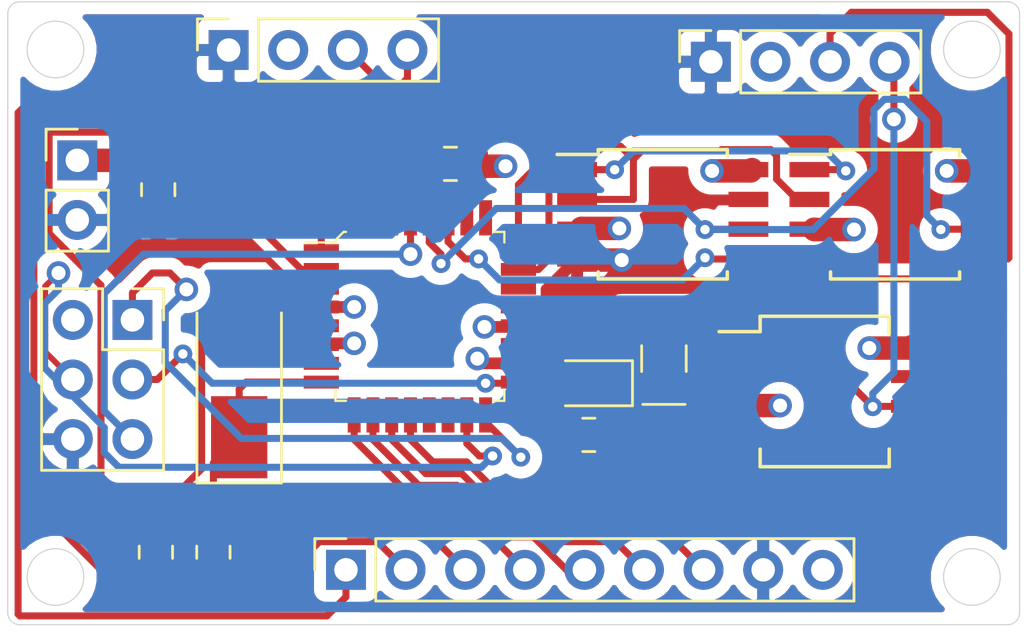
<source format=kicad_pcb>
(kicad_pcb (version 20171130) (host pcbnew "(5.1.5)-3")
  (title_block (title "Arduino Clone with EEPROM and clock") (date 2020-07-09))
  (layers (0 F.Cu signal) (1 In1.Cu power) (2 In2.Cu power) (31 B.Cu signal) (34 B.Paste user) (35 F.Paste user) (36 B.SilkS user) (37 F.SilkS user) (38 B.Mask user) (39 F.Mask user) (44 Edge.Cuts user))
  (net 0 "")
  (net 1 /Vcc)
  (net 2 GNDPWR)
  (net 3 "Net-(C1-Pad2)")
  (net 4 "Net-(C2-Pad1)")
  (net 5 "Net-(D1-Pad1)")
  (net 6 /SCK)
  (net 7 /Rx)
  (net 8 /Tx)
  (net 9 /D2)
  (net 10 /D3)
  (net 11 /D4)
  (net 12 /D5)
  (net 13 /MISO)
  (net 14 /MOSI)
  (net 15 /RST)
  (net 16 /SDA)
  (net 17 "Net-(U1-Pad1)")
  (net 18 "Net-(U1-Pad2)")
  (net 19 "Net-(U1-Pad7)")
  (net 20 /ADDS1)
  (net 21 /ADDS2)
  (net 22 /SCL)
  (net 23 /D6)
  (net 24 /D7)
  (net 25 /D8)
  (net 26 "Net-(U4-Pad13)")
  (net 27 "Net-(U4-Pad14)")
  (net 28 "Net-(U4-Pad19)")
  (net 29 "Net-(U4-Pad22)")
  (net 30 "Net-(U4-Pad25)")
  (net 31 "Net-(U4-Pad26)")
  (module Connector_PinSocket_2.54mm:PinSocket_1x04_P2.54mm_Vertical (layer F.Cu) (at 166.55 104.6 90)
    (fp_text reference J4)
    (fp_text value I2C)
    (fp_line (start 0 -1.33) (end 1.33 -1.33) (layer F.SilkS) (width 0.12))
    (fp_line (start 1.33 -1.33) (end 1.33 0) (layer F.SilkS) (width 0.12))
    (fp_line (start 1.33 1.27) (end 1.33 8.95) (layer F.SilkS) (width 0.12))
    (fp_line (start -1.33 8.95) (end 1.33 8.95) (layer F.SilkS) (width 0.12))
    (fp_line (start -1.33 1.27) (end -1.33 8.95) (layer F.SilkS) (width 0.12))
    (fp_line (start -1.33 1.27) (end 1.33 1.27) (layer F.SilkS) (width 0.12))
    (pad 4 thru_hole oval (at 0 7.62 90) (size 1.7 1.7) (drill 1) (layers *.Cu *.Mask) (net 6 /SCK))
    (pad 3 thru_hole oval (at 0 5.08 90) (size 1.7 1.7) (drill 1) (layers *.Cu *.Mask) (net 16 /SDA))
    (pad 2 thru_hole oval (at 0 2.54 90) (size 1.7 1.7) (drill 1) (layers *.Cu *.Mask) (net 1 /Vcc))
    (pad 1 thru_hole rect (at 0 0 90) (size 1.7 1.7) (drill 1) (layers *.Cu *.Mask) (net 2 GNDPWR))
  )
  (module Connector_PinHeader_2.54mm:PinHeader_1x02_P2.54mm_Vertical (layer F.Cu) (at 139.55 108.8)
    (fp_text reference BT1)
    (fp_text value 3V)
    (fp_line (start -1.33 3.87) (end 1.33 3.87) (layer F.SilkS) (width 0.12))
    (fp_line (start -1.33 1.27) (end -1.33 3.87) (layer F.SilkS) (width 0.12))
    (fp_line (start 1.33 1.27) (end 1.33 3.87) (layer F.SilkS) (width 0.12))
    (fp_line (start -1.33 1.27) (end 1.33 1.27) (layer F.SilkS) (width 0.12))
    (fp_line (start -1.33 0) (end -1.33 -1.33) (layer F.SilkS) (width 0.12))
    (fp_line (start -1.33 -1.33) (end 0 -1.33) (layer F.SilkS) (width 0.12))
    (pad 1 thru_hole rect (at 0 0) (size 1.7 1.7) (drill 1) (layers *.Cu *.Mask) (net 1 /Vcc))
    (pad 2 thru_hole oval (at 0 2.54) (size 1.7 1.7) (drill 1) (layers *.Cu *.Mask) (net 2 GNDPWR))
  )
  (module Capacitor_SMD:C_0805_2012Metric_Pad1.15x1.40mm_HandSolder (layer F.Cu) (at 142.9 125.5 90)
    (fp_text reference C1)
    (fp_text value 22pF)
    (fp_line (start -0.261252 -0.71) (end 0.261252 -0.71) (layer F.SilkS) (width 0.12))
    (fp_line (start -0.261252 0.71) (end 0.261252 0.71) (layer F.SilkS) (width 0.12))
    (pad 1 smd roundrect (at -1.025 0 90) (size 1.15 1.4) (layers F.Cu F.Paste F.Mask) (roundrect_rratio 0.217391) (net 2 GNDPWR))
    (pad 2 smd roundrect (at 1.025 0 90) (size 1.15 1.4) (layers F.Cu F.Paste F.Mask) (roundrect_rratio 0.217391) (net 3 "Net-(C1-Pad2)"))
  )
  (module Capacitor_SMD:C_0805_2012Metric_Pad1.15x1.40mm_HandSolder (layer F.Cu) (at 145.35 125.5 270)
    (fp_text reference C2)
    (fp_text value 22pF)
    (fp_line (start -0.261252 0.71) (end 0.261252 0.71) (layer F.SilkS) (width 0.12))
    (fp_line (start -0.261252 -0.71) (end 0.261252 -0.71) (layer F.SilkS) (width 0.12))
    (pad 2 smd roundrect (at 1.025 0 270) (size 1.15 1.4) (layers F.Cu F.Paste F.Mask) (roundrect_rratio 0.217391) (net 2 GNDPWR))
    (pad 1 smd roundrect (at -1.025 0 270) (size 1.15 1.4) (layers F.Cu F.Paste F.Mask) (roundrect_rratio 0.217391) (net 4 "Net-(C2-Pad1)"))
  )
  (module Capacitor_SMD:C_0805_2012Metric_Pad1.15x1.40mm_HandSolder (layer F.Cu) (at 143 110.05 270)
    (fp_text reference C3)
    (fp_text value 10μF)
    (fp_line (start -0.261252 -0.71) (end 0.261252 -0.71) (layer F.SilkS) (width 0.12))
    (fp_line (start -0.261252 0.71) (end 0.261252 0.71) (layer F.SilkS) (width 0.12))
    (pad 1 smd roundrect (at -1.025 0 270) (size 1.15 1.4) (layers F.Cu F.Paste F.Mask) (roundrect_rratio 0.217391) (net 1 /Vcc))
    (pad 2 smd roundrect (at 1.025 0 270) (size 1.15 1.4) (layers F.Cu F.Paste F.Mask) (roundrect_rratio 0.217391) (net 2 GNDPWR))
  )
  (module LED_SMD:LED_0805_2012Metric_Pad1.15x1.40mm_HandSolder (layer F.Cu) (at 161.35 118.3 180)
    (fp_text reference D1)
    (fp_text value LED)
    (fp_line (start 1 -0.96) (end -1.86 -0.96) (layer F.SilkS) (width 0.12))
    (fp_line (start -1.86 -0.96) (end -1.86 0.96) (layer F.SilkS) (width 0.12))
    (fp_line (start -1.86 0.96) (end 1 0.96) (layer F.SilkS) (width 0.12))
    (pad 1 smd roundrect (at -1.025 0 180) (size 1.15 1.4) (layers F.Cu F.Paste F.Mask) (roundrect_rratio 0.217391) (net 5 "Net-(D1-Pad1)"))
    (pad 2 smd roundrect (at 1.025 0 180) (size 1.15 1.4) (layers F.Cu F.Paste F.Mask) (roundrect_rratio 0.217391) (net 6 /SCK))
  )
  (module Connector_PinSocket_2.54mm:PinSocket_2x03_P2.54mm_Vertical (layer F.Cu) (at 141.9 115.6)
    (fp_text reference J3)
    (fp_text value ICSP)
    (fp_line (start -3.87 -1.33) (end -1.27 -1.33) (layer F.SilkS) (width 0.12))
    (fp_line (start -3.87 -1.33) (end -3.87 6.41) (layer F.SilkS) (width 0.12))
    (fp_line (start -3.87 6.41) (end 1.33 6.41) (layer F.SilkS) (width 0.12))
    (fp_line (start 1.33 1.27) (end 1.33 6.41) (layer F.SilkS) (width 0.12))
    (fp_line (start -1.27 1.27) (end 1.33 1.27) (layer F.SilkS) (width 0.12))
    (fp_line (start -1.27 -1.33) (end -1.27 1.27) (layer F.SilkS) (width 0.12))
    (fp_line (start 1.33 -1.33) (end 1.33 0) (layer F.SilkS) (width 0.12))
    (fp_line (start 0 -1.33) (end 1.33 -1.33) (layer F.SilkS) (width 0.12))
    (pad 1 thru_hole rect (at 0 0) (size 1.7 1.7) (drill 1) (layers *.Cu *.Mask) (net 13 /MISO))
    (pad 2 thru_hole oval (at -2.54 0) (size 1.7 1.7) (drill 1) (layers *.Cu *.Mask) (net 1 /Vcc))
    (pad 3 thru_hole oval (at 0 2.54) (size 1.7 1.7) (drill 1) (layers *.Cu *.Mask) (net 6 /SCK))
    (pad 4 thru_hole oval (at -2.54 2.54) (size 1.7 1.7) (drill 1) (layers *.Cu *.Mask) (net 14 /MOSI))
    (pad 5 thru_hole oval (at 0 5.08) (size 1.7 1.7) (drill 1) (layers *.Cu *.Mask) (net 15 /RST))
    (pad 6 thru_hole oval (at -2.54 5.08) (size 1.7 1.7) (drill 1) (layers *.Cu *.Mask) (net 2 GNDPWR))
  )
  (module Resistor_SMD:R_0805_2012Metric_Pad1.15x1.40mm_HandSolder (layer F.Cu) (at 161.35 120.5 180)
    (fp_text reference R1)
    (fp_text value 330Ω)
    (fp_line (start -0.261252 0.71) (end 0.261252 0.71) (layer F.SilkS) (width 0.12))
    (fp_line (start -0.261252 -0.71) (end 0.261252 -0.71) (layer F.SilkS) (width 0.12))
    (pad 2 smd roundrect (at 1.025 0 180) (size 1.15 1.4) (layers F.Cu F.Paste F.Mask) (roundrect_rratio 0.217391) (net 2 GNDPWR))
    (pad 1 smd roundrect (at -1.025 0 180) (size 1.15 1.4) (layers F.Cu F.Paste F.Mask) (roundrect_rratio 0.217391) (net 5 "Net-(D1-Pad1)"))
  )
  (module Resistor_SMD:R_0805_2012Metric_Pad1.15x1.40mm_HandSolder (layer F.Cu) (at 155.45 108.95)
    (fp_text reference R2)
    (fp_text value 10kΩ)
    (fp_line (start -0.261252 -0.71) (end 0.261252 -0.71) (layer F.SilkS) (width 0.12))
    (fp_line (start -0.261252 0.71) (end 0.261252 0.71) (layer F.SilkS) (width 0.12))
    (pad 1 smd roundrect (at -1.025 0) (size 1.15 1.4) (layers F.Cu F.Paste F.Mask) (roundrect_rratio 0.217391) (net 15 /RST))
    (pad 2 smd roundrect (at 1.025 0) (size 1.15 1.4) (layers F.Cu F.Paste F.Mask) (roundrect_rratio 0.217391) (net 1 /Vcc))
  )
  (module Package_SO:SO-8_5.3x6.2mm_P1.27mm (layer F.Cu) (at 171.4 118.65)
    (fp_text reference U1)
    (fp_text value DS1337_DVA)
    (fp_line (start -2.75 -3.205) (end -2.75 -2.55) (layer F.SilkS) (width 0.15))
    (fp_line (start 2.75 -3.205) (end 2.75 -2.455) (layer F.SilkS) (width 0.15))
    (fp_line (start 2.75 3.205) (end 2.75 2.455) (layer F.SilkS) (width 0.15))
    (fp_line (start -2.75 3.205) (end -2.75 2.455) (layer F.SilkS) (width 0.15))
    (fp_line (start -2.75 -3.205) (end 2.75 -3.205) (layer F.SilkS) (width 0.15))
    (fp_line (start -2.75 3.205) (end 2.75 3.205) (layer F.SilkS) (width 0.15))
    (fp_line (start -2.75 -2.55) (end -4.5 -2.55) (layer F.SilkS) (width 0.15))
    (pad 1 smd rect (at -3.7 -1.905) (size 1.75 0.55) (layers F.Cu F.Paste F.Mask) (net 17 "Net-(U1-Pad1)"))
    (pad 2 smd rect (at -3.7 -0.635) (size 1.75 0.55) (layers F.Cu F.Paste F.Mask) (net 18 "Net-(U1-Pad2)"))
    (pad 3 smd rect (at -3.7 0.635) (size 1.75 0.55) (layers F.Cu F.Paste F.Mask) (net 1 /Vcc))
    (pad 4 smd rect (at -3.7 1.905) (size 1.75 0.55) (layers F.Cu F.Paste F.Mask) (net 2 GNDPWR))
    (pad 5 smd rect (at 3.7 1.905) (size 1.75 0.55) (layers F.Cu F.Paste F.Mask) (net 16 /SDA))
    (pad 6 smd rect (at 3.7 0.635) (size 1.75 0.55) (layers F.Cu F.Paste F.Mask) (net 6 /SCK))
    (pad 7 smd rect (at 3.7 -0.635) (size 1.75 0.55) (layers F.Cu F.Paste F.Mask) (net 19 "Net-(U1-Pad7)"))
    (pad 8 smd rect (at 3.7 -1.905) (size 1.75 0.55) (layers F.Cu F.Paste F.Mask) (net 1 /Vcc))
  )
  (module Package_SO:SOIJ-8_5.3x5.3mm_P1.27mm (layer F.Cu) (at 164.5 111.1)
    (fp_text reference U2)
    (fp_text value 24LC1025)
    (fp_line (start -2.75 -2.755) (end -2.75 -2.55) (layer F.SilkS) (width 0.15))
    (fp_line (start 2.75 -2.755) (end 2.75 -2.455) (layer F.SilkS) (width 0.15))
    (fp_line (start 2.75 2.755) (end 2.75 2.455) (layer F.SilkS) (width 0.15))
    (fp_line (start -2.75 2.755) (end -2.75 2.455) (layer F.SilkS) (width 0.15))
    (fp_line (start -2.75 -2.755) (end 2.75 -2.755) (layer F.SilkS) (width 0.15))
    (fp_line (start -2.75 2.755) (end 2.75 2.755) (layer F.SilkS) (width 0.15))
    (fp_line (start -2.75 -2.55) (end -4.5 -2.55) (layer F.SilkS) (width 0.15))
    (pad 1 smd rect (at -3.65 -1.905) (size 1.7 0.65) (layers F.Cu F.Paste F.Mask) (net 20 /ADDS1))
    (pad 2 smd rect (at -3.65 -0.635) (size 1.7 0.65) (layers F.Cu F.Paste F.Mask) (net 21 /ADDS2))
    (pad 3 smd rect (at -3.65 0.635) (size 1.7 0.65) (layers F.Cu F.Paste F.Mask) (net 1 /Vcc))
    (pad 4 smd rect (at -3.65 1.905) (size 1.7 0.65) (layers F.Cu F.Paste F.Mask) (net 2 GNDPWR))
    (pad 5 smd rect (at 3.65 1.905) (size 1.7 0.65) (layers F.Cu F.Paste F.Mask) (net 16 /SDA))
    (pad 6 smd rect (at 3.65 0.635) (size 1.7 0.65) (layers F.Cu F.Paste F.Mask) (net 22 /SCL))
    (pad 7 smd rect (at 3.65 -0.635) (size 1.7 0.65) (layers F.Cu F.Paste F.Mask) (net 2 GNDPWR))
    (pad 8 smd rect (at 3.65 -1.905) (size 1.7 0.65) (layers F.Cu F.Paste F.Mask) (net 1 /Vcc))
  )
  (module Package_SO:SOIJ-8_5.3x5.3mm_P1.27mm (layer F.Cu) (at 174.4 111.1)
    (fp_text reference U3)
    (fp_text value 24LC1025)
    (fp_line (start -2.75 -2.55) (end -4.5 -2.55) (layer F.SilkS) (width 0.15))
    (fp_line (start -2.75 2.755) (end 2.75 2.755) (layer F.SilkS) (width 0.15))
    (fp_line (start -2.75 -2.755) (end 2.75 -2.755) (layer F.SilkS) (width 0.15))
    (fp_line (start -2.75 2.755) (end -2.75 2.455) (layer F.SilkS) (width 0.15))
    (fp_line (start 2.75 2.755) (end 2.75 2.455) (layer F.SilkS) (width 0.15))
    (fp_line (start 2.75 -2.755) (end 2.75 -2.455) (layer F.SilkS) (width 0.15))
    (fp_line (start -2.75 -2.755) (end -2.75 -2.55) (layer F.SilkS) (width 0.15))
    (pad 8 smd rect (at 3.65 -1.905) (size 1.7 0.65) (layers F.Cu F.Paste F.Mask) (net 1 /Vcc))
    (pad 7 smd rect (at 3.65 -0.635) (size 1.7 0.65) (layers F.Cu F.Paste F.Mask) (net 2 GNDPWR))
    (pad 6 smd rect (at 3.65 0.635) (size 1.7 0.65) (layers F.Cu F.Paste F.Mask) (net 22 /SCL))
    (pad 5 smd rect (at 3.65 1.905) (size 1.7 0.65) (layers F.Cu F.Paste F.Mask) (net 16 /SDA))
    (pad 4 smd rect (at -3.65 1.905) (size 1.7 0.65) (layers F.Cu F.Paste F.Mask) (net 2 GNDPWR))
    (pad 3 smd rect (at -3.65 0.635) (size 1.7 0.65) (layers F.Cu F.Paste F.Mask) (net 1 /Vcc))
    (pad 2 smd rect (at -3.65 -0.635) (size 1.7 0.65) (layers F.Cu F.Paste F.Mask) (net 21 /ADDS2))
    (pad 1 smd rect (at -3.65 -1.905) (size 1.7 0.65) (layers F.Cu F.Paste F.Mask) (net 20 /ADDS1))
  )
  (module digikey-footprints:TQFP-32_7x7mm (layer F.Cu) (at 154.15 115.45)
    (fp_text reference U4)
    (fp_text value ATMEGA328P-AU)
    (fp_line (start -3.15 -3.6) (end -3.25 -3.6) (layer F.SilkS) (width 0.1))
    (fp_line (start -3.25 -3.6) (end -3.6 -3.25) (layer F.SilkS) (width 0.1))
    (fp_line (start -3.6 -3.25) (end -3.6 -3.15) (layer F.SilkS) (width 0.1))
    (fp_line (start -3.6 -3.15) (end -4.9 -3.15) (layer F.SilkS) (width 0.1))
    (fp_line (start 3.6 -3.6) (end 3.15 -3.6) (layer F.SilkS) (width 0.1))
    (fp_line (start 3.6 -3.6) (end 3.6 -3.15) (layer F.SilkS) (width 0.1))
    (fp_line (start 3.6 3.6) (end 3.6 3.15) (layer F.SilkS) (width 0.1))
    (fp_line (start 3.6 3.6) (end 3.15 3.6) (layer F.SilkS) (width 0.1))
    (fp_line (start -3.6 3.6) (end -3.15 3.6) (layer F.SilkS) (width 0.1))
    (fp_line (start -3.6 3.6) (end -3.6 3.15) (layer F.SilkS) (width 0.1))
    (pad 9 smd rect (at -2.8 4.2) (size 0.55 1.5) (layers F.Cu F.Paste F.Mask) (net 12 /D5))
    (pad 1 smd rect (at -4.2 -2.8) (size 1.5 0.55) (layers F.Cu F.Paste F.Mask) (net 10 /D3))
    (pad 2 smd rect (at -4.2 -2) (size 1.5 0.55) (layers F.Cu F.Paste F.Mask) (net 11 /D4))
    (pad 3 smd rect (at -4.2 -1.2) (size 1.5 0.55) (layers F.Cu F.Paste F.Mask) (net 2 GNDPWR))
    (pad 4 smd rect (at -4.2 -0.4) (size 1.5 0.55) (layers F.Cu F.Paste F.Mask) (net 1 /Vcc))
    (pad 5 smd rect (at -4.2 0.4) (size 1.5 0.55) (layers F.Cu F.Paste F.Mask) (net 2 GNDPWR))
    (pad 6 smd rect (at -4.2 1.2) (size 1.5 0.55) (layers F.Cu F.Paste F.Mask) (net 1 /Vcc))
    (pad 7 smd rect (at -4.2 2) (size 1.5 0.55) (layers F.Cu F.Paste F.Mask) (net 3 "Net-(C1-Pad2)"))
    (pad 8 smd rect (at -4.2 2.8) (size 1.5 0.55) (layers F.Cu F.Paste F.Mask) (net 4 "Net-(C2-Pad1)"))
    (pad 10 smd rect (at -2 4.2) (size 0.55 1.5) (layers F.Cu F.Paste F.Mask) (net 23 /D6))
    (pad 11 smd rect (at -1.2 4.2) (size 0.55 1.5) (layers F.Cu F.Paste F.Mask) (net 24 /D7))
    (pad 12 smd rect (at -0.4 4.2) (size 0.55 1.5) (layers F.Cu F.Paste F.Mask) (net 25 /D8))
    (pad 13 smd rect (at 0.4 4.2) (size 0.55 1.5) (layers F.Cu F.Paste F.Mask) (net 26 "Net-(U4-Pad13)"))
    (pad 14 smd rect (at 1.2 4.2) (size 0.55 1.5) (layers F.Cu F.Paste F.Mask) (net 27 "Net-(U4-Pad14)"))
    (pad 15 smd rect (at 2 4.2) (size 0.55 1.5) (layers F.Cu F.Paste F.Mask) (net 14 /MOSI))
    (pad 16 smd rect (at 2.8 4.2) (size 0.55 1.5) (layers F.Cu F.Paste F.Mask) (net 13 /MISO))
    (pad 17 smd rect (at 4.2 2.8) (size 1.5 0.55) (layers F.Cu F.Paste F.Mask) (net 6 /SCK))
    (pad 18 smd rect (at 4.2 2) (size 1.5 0.55) (layers F.Cu F.Paste F.Mask) (net 1 /Vcc))
    (pad 19 smd rect (at 4.2 1.2) (size 1.5 0.55) (layers F.Cu F.Paste F.Mask) (net 28 "Net-(U4-Pad19)"))
    (pad 20 smd rect (at 4.2 0.4) (size 1.5 0.55) (layers F.Cu F.Paste F.Mask) (net 1 /Vcc))
    (pad 21 smd rect (at 4.2 -0.4) (size 1.5 0.55) (layers F.Cu F.Paste F.Mask) (net 2 GNDPWR))
    (pad 22 smd rect (at 4.2 -1.2) (size 1.5 0.55) (layers F.Cu F.Paste F.Mask) (net 29 "Net-(U4-Pad22)"))
    (pad 23 smd rect (at 4.2 -2) (size 1.5 0.55) (layers F.Cu F.Paste F.Mask) (net 20 /ADDS1))
    (pad 24 smd rect (at 4.2 -2.8) (size 1.5 0.55) (layers F.Cu F.Paste F.Mask) (net 21 /ADDS2))
    (pad 25 smd rect (at 2.8 -4.2) (size 0.55 1.5) (layers F.Cu F.Paste F.Mask) (net 30 "Net-(U4-Pad25)"))
    (pad 26 smd rect (at 2 -4.2) (size 0.55 1.5) (layers F.Cu F.Paste F.Mask) (net 31 "Net-(U4-Pad26)"))
    (pad 27 smd rect (at 1.2 -4.2) (size 0.55 1.5) (layers F.Cu F.Paste F.Mask) (net 16 /SDA))
    (pad 28 smd rect (at 0.4 -4.2) (size 0.55 1.5) (layers F.Cu F.Paste F.Mask) (net 22 /SCL))
    (pad 29 smd rect (at -0.4 -4.2) (size 0.55 1.5) (layers F.Cu F.Paste F.Mask) (net 15 /RST))
    (pad 30 smd rect (at -1.2 -4.2) (size 0.55 1.5) (layers F.Cu F.Paste F.Mask) (net 7 /Rx))
    (pad 31 smd rect (at -2 -4.2) (size 0.55 1.5) (layers F.Cu F.Paste F.Mask) (net 8 /Tx))
    (pad 32 smd rect (at -2.8 -4.2) (size 0.55 1.5) (layers F.Cu F.Paste F.Mask) (net 9 /D2))
  )
  (module Crystal:Crystal_SMD_MicroCrystal_CC7V-T1A-2Pin_3.2x1.5mm (layer F.Cu) (at 164.55 117.25 90)
    (fp_text reference Y1)
    (fp_text value "Crystal 32MHz")
    (fp_line (start -0.55 -0.95) (end 0.55 -0.95) (layer F.SilkS) (width 0.12))
    (fp_line (start -0.55 0.95) (end 0.55 0.95) (layer F.SilkS) (width 0.12))
    (fp_line (start -1.95 -0.9) (end -1.95 0.9) (layer F.SilkS) (width 0.12))
    (pad 1 smd rect (at -1.25 0 90) (size 1 1.8) (layers F.Cu F.Paste F.Mask) (net 18 "Net-(U1-Pad2)"))
    (pad 2 smd rect (at 1.25 0 90) (size 1 1.8) (layers F.Cu F.Paste F.Mask) (net 17 "Net-(U1-Pad1)"))
  )
  (module Crystal:Crystal_SMD_5032-2Pin_5.0x3.2mm_HandSoldering (layer F.Cu) (at 146.45 118 90)
    (fp_text reference Y2)
    (fp_text value "Crystal 16MHz")
    (fp_line (start 2.7 -1.8) (end -4.55 -1.8) (layer F.SilkS) (width 0.12))
    (fp_line (start -4.55 -1.8) (end -4.55 1.8) (layer F.SilkS) (width 0.12))
    (fp_line (start -4.55 1.8) (end 2.7 1.8) (layer F.SilkS) (width 0.12))
    (pad 1 smd rect (at -2.6 0 90) (size 3.5 2.4) (layers F.Cu F.Paste F.Mask) (net 4 "Net-(C2-Pad1)"))
    (pad 2 smd rect (at 2.6 0 90) (size 3.5 2.4) (layers F.Cu F.Paste F.Mask) (net 3 "Net-(C1-Pad2)"))
  )
  (module Connector_PinSocket_2.54mm:PinSocket_1x04_P2.54mm_Vertical (layer F.Cu) (at 146 104.1 90)
    (fp_text reference J1)
    (fp_text value Serial)
    (fp_line (start -1.33 1.27) (end 1.33 1.27) (layer F.SilkS) (width 0.12))
    (fp_line (start -1.33 1.27) (end -1.33 8.95) (layer F.SilkS) (width 0.12))
    (fp_line (start -1.33 8.95) (end 1.33 8.95) (layer F.SilkS) (width 0.12))
    (fp_line (start 1.33 1.27) (end 1.33 8.95) (layer F.SilkS) (width 0.12))
    (fp_line (start 1.33 -1.33) (end 1.33 0) (layer F.SilkS) (width 0.12))
    (fp_line (start 0 -1.33) (end 1.33 -1.33) (layer F.SilkS) (width 0.12))
    (pad 1 thru_hole rect (at 0 0 90) (size 1.7 1.7) (drill 1) (layers *.Cu *.Mask) (net 2 GNDPWR))
    (pad 2 thru_hole oval (at 0 2.54 90) (size 1.7 1.7) (drill 1) (layers *.Cu *.Mask) (net 1 /Vcc))
    (pad 3 thru_hole oval (at 0 5.08 90) (size 1.7 1.7) (drill 1) (layers *.Cu *.Mask) (net 8 /Tx))
    (pad 4 thru_hole oval (at 0 7.62 90) (size 1.7 1.7) (drill 1) (layers *.Cu *.Mask) (net 7 /Rx))
  )
  (module Connector_PinSocket_2.54mm:PinSocket_1x09_P2.54mm_Vertical (layer F.Cu) (at 151 126.25 90)
    (fp_text reference J2)
    (fp_text value "Digital Pins")
    (fp_line (start -1.33 1.27) (end 1.33 1.27) (layer F.SilkS) (width 0.12))
    (fp_line (start -1.33 1.27) (end -1.33 21.65) (layer F.SilkS) (width 0.12))
    (fp_line (start -1.33 21.65) (end 1.33 21.65) (layer F.SilkS) (width 0.12))
    (fp_line (start 1.33 1.27) (end 1.33 21.65) (layer F.SilkS) (width 0.12))
    (fp_line (start 1.33 -1.33) (end 1.33 0) (layer F.SilkS) (width 0.12))
    (fp_line (start 0 -1.33) (end 1.33 -1.33) (layer F.SilkS) (width 0.12))
    (pad 1 thru_hole rect (at 0 0 90) (size 1.7 1.7) (drill 1) (layers *.Cu *.Mask) (net 9 /D2))
    (pad 2 thru_hole oval (at 0 2.54 90) (size 1.7 1.7) (drill 1) (layers *.Cu *.Mask) (net 10 /D3))
    (pad 3 thru_hole oval (at 0 5.08 90) (size 1.7 1.7) (drill 1) (layers *.Cu *.Mask) (net 11 /D4))
    (pad 4 thru_hole oval (at 0 7.62 90) (size 1.7 1.7) (drill 1) (layers *.Cu *.Mask) (net 12 /D5))
    (pad 5 thru_hole oval (at 0 10.16 90) (size 1.7 1.7) (drill 1) (layers *.Cu *.Mask) (net 23 /D6))
    (pad 6 thru_hole oval (at 0 12.7 90) (size 1.7 1.7) (drill 1) (layers *.Cu *.Mask) (net 24 /D7))
    (pad 7 thru_hole oval (at 0 15.24 90) (size 1.7 1.7) (drill 1) (layers *.Cu *.Mask) (net 25 /D8))
    (pad 8 thru_hole oval (at 0 17.78 90) (size 1.7 1.7) (drill 1) (layers *.Cu *.Mask) (net 2 GNDPWR))
    (pad 9 thru_hole oval (at 0 20.32 90) (size 1.7 1.7) (drill 1) (layers *.Cu *.Mask) (net 1 /Vcc))
  )
  (gr_circle (center 177.673 104.0765) (end 176.4665 104.0765) (layer Edge.Cuts) (width 0.05))
  (gr_circle (center 177.673 126.5555) (end 176.4665 126.5555) (layer Edge.Cuts) (width 0.05))
  (gr_circle (center 138.6205 126.5555) (end 137.414 126.5555) (layer Edge.Cuts) (width 0.05))
  (gr_circle (center 138.6205 104.0765) (end 137.414 104.0765) (layer Edge.Cuts) (width 0.05))
  (gr_line (start 179.197 102.0445) (end 137.0965 102.0445) (layer Edge.Cuts) (width 0.05))
  (gr_line (start 179.705 128.0795) (end 179.705 102.5525) (layer Edge.Cuts) (width 0.05))
  (gr_line (start 137.0965 128.5875) (end 179.197 128.5875) (layer Edge.Cuts) (width 0.05))
  (gr_line (start 136.5885 102.5525) (end 136.5885 128.0795) (layer Edge.Cuts) (width 0.05))
  (gr_arc (start 179.197 102.5525) (end 179.705 102.5525) (angle -90) (layer Edge.Cuts) (width 0.05))
  (gr_arc (start 179.197 128.0795) (end 179.197 128.5875) (angle -90) (layer Edge.Cuts) (width 0.05))
  (gr_arc (start 137.0965 128.0795) (end 136.5885 128.0795) (angle -90) (layer Edge.Cuts) (width 0.05))
  (gr_arc (start 137.0965 102.5525) (end 137.0965 102.0445) (angle -90) (layer Edge.Cuts) (width 0.05))
  (segment (start 142.775 108.8) (end 143 109.025) (width 1) (layer F.Cu) (net 1))
  (segment (start 139.55 108.8) (end 142.775 108.8) (width 1) (layer F.Cu) (net 1))
  (segment (start 143.7 111.075) (end 143 111.075) (width 0.3) (layer F.Cu) (net 2))
  (segment (start 145.725 111.075) (end 143.7 111.075) (width 0.3) (layer F.Cu) (net 2))
  (segment (start 148.9 114.25) (end 145.725 111.075) (width 0.3) (layer F.Cu) (net 2))
  (segment (start 149.95 114.25) (end 148.9 114.25) (width 0.3) (layer F.Cu) (net 2))
  (via (at 169.5 119.25) (size 1) (drill 0.6) (layers F.Cu B.Cu) (net 1))
  (via (at 173.3 116.8) (size 1) (drill 0.6) (layers F.Cu B.Cu) (net 1))
  (via (at 176.6 109.25) (size 1) (drill 0.6) (layers F.Cu B.Cu) (net 1))
  (segment (start 167.735 119.25) (end 167.7 119.285) (width 1) (layer F.Cu) (net 1))
  (segment (start 169.5 119.25) (end 167.735 119.25) (width 1) (layer F.Cu) (net 1))
  (segment (start 175.045 116.8) (end 175.1 116.745) (width 1) (layer F.Cu) (net 1))
  (segment (start 173.3 116.8) (end 175.045 116.8) (width 1) (layer F.Cu) (net 1))
  (via (at 172.65 111.75) (size 1) (drill 0.6) (layers F.Cu B.Cu) (net 1))
  (via (at 166.6 109.25) (size 1) (drill 0.6) (layers F.Cu B.Cu) (net 1))
  (via (at 162.65 111.7) (size 1) (drill 0.6) (layers F.Cu B.Cu) (net 1))
  (via (at 162.75 113.05) (size 1) (drill 0.6) (layers F.Cu B.Cu) (net 2))
  (via (at 156.9 115.9) (size 1) (drill 0.6) (layers F.Cu B.Cu) (net 1))
  (via (at 151.35 115.05) (size 1) (drill 0.6) (layers F.Cu B.Cu) (net 1))
  (via (at 157.8 109.05) (size 1) (drill 0.6) (layers F.Cu B.Cu) (net 1))
  (via (at 156.6 117.25) (size 1) (drill 0.6) (layers F.Cu B.Cu) (net 1))
  (via (at 151.35 116.6) (size 1) (drill 0.6) (layers F.Cu B.Cu) (net 1))
  (segment (start 151.35 115.05) (end 149.95 115.05) (width 0.5) (layer F.Cu) (net 1))
  (segment (start 150 116.6) (end 149.95 116.65) (width 0.5) (layer F.Cu) (net 1))
  (segment (start 151.35 116.6) (end 150 116.6) (width 0.5) (layer F.Cu) (net 1))
  (segment (start 158.3 115.9) (end 158.35 115.85) (width 0.5) (layer F.Cu) (net 1))
  (segment (start 156.9 115.9) (end 158.3 115.9) (width 0.5) (layer F.Cu) (net 1))
  (segment (start 156.575 109.05) (end 156.475 108.95) (width 1) (layer F.Cu) (net 1))
  (segment (start 157.8 109.05) (end 156.575 109.05) (width 1) (layer F.Cu) (net 1))
  (via (at 156.95 118.3) (size 0.8) (drill 0.4) (layers F.Cu B.Cu) (net 6))
  (segment (start 161.035 111.7) (end 161 111.735) (width 1) (layer F.Cu) (net 1))
  (segment (start 162.65 111.7) (end 161.035 111.7) (width 1) (layer F.Cu) (net 1))
  (segment (start 168.245 109.25) (end 168.3 109.195) (width 1) (layer F.Cu) (net 1))
  (segment (start 166.6 109.25) (end 168.245 109.25) (width 1) (layer F.Cu) (net 1))
  (segment (start 170.965 111.75) (end 170.95 111.735) (width 1) (layer F.Cu) (net 1))
  (segment (start 172.65 111.75) (end 170.965 111.75) (width 1) (layer F.Cu) (net 1))
  (segment (start 178.195 109.25) (end 178.25 109.195) (width 1) (layer F.Cu) (net 1))
  (segment (start 176.6 109.25) (end 178.195 109.25) (width 1) (layer F.Cu) (net 1))
  (segment (start 156.8 117.45) (end 158.35 117.45) (width 0.5) (layer F.Cu) (net 1))
  (segment (start 156.6 117.25) (end 156.8 117.45) (width 0.5) (layer F.Cu) (net 1))
  (segment (start 161.045 113.05) (end 161 113.005) (width 1) (layer F.Cu) (net 2))
  (segment (start 162.75 113.05) (end 161.045 113.05) (width 1) (layer F.Cu) (net 2))
  (segment (start 159.550001 114.304999) (end 160.85 113.005) (width 0.5) (layer F.Cu) (net 2))
  (segment (start 160.85 113.005) (end 161 113.005) (width 0.5) (layer F.Cu) (net 2))
  (segment (start 158.955 115.05) (end 159.029999 114.975001) (width 0.5) (layer F.Cu) (net 2))
  (segment (start 159.550001 114.885001) (end 159.550001 114.304999) (width 0.5) (layer F.Cu) (net 2))
  (segment (start 158.35 115.05) (end 158.955 115.05) (width 0.5) (layer F.Cu) (net 2))
  (segment (start 159.029999 114.975001) (end 159.460001 114.975001) (width 0.5) (layer F.Cu) (net 2))
  (segment (start 159.460001 114.975001) (end 159.550001 114.885001) (width 0.5) (layer F.Cu) (net 2))
  (segment (start 139.36 121.882081) (end 139.36 120.68) (width 0.3) (layer F.Cu) (net 2))
  (segment (start 139.36 123.685) (end 139.36 121.882081) (width 0.3) (layer F.Cu) (net 2))
  (segment (start 142.2 126.525) (end 139.36 123.685) (width 0.3) (layer F.Cu) (net 2))
  (segment (start 142.9 126.525) (end 142.2 126.525) (width 0.3) (layer F.Cu) (net 2))
  (segment (start 148.849999 115.605001) (end 148.849999 114.300001) (width 0.3) (layer F.Cu) (net 2))
  (segment (start 148.849999 114.300001) (end 148.9 114.25) (width 0.3) (layer F.Cu) (net 2))
  (segment (start 149.094998 115.85) (end 148.849999 115.605001) (width 0.3) (layer F.Cu) (net 2))
  (segment (start 149.95 115.85) (end 149.094998 115.85) (width 0.3) (layer F.Cu) (net 2))
  (via (at 166.3 112.95) (size 0.8) (drill 0.4) (layers F.Cu B.Cu) (net 16))
  (via (at 166.3 111.75) (size 0.8) (drill 0.4) (layers F.Cu B.Cu) (net 22))
  (via (at 176.35 111.75) (size 0.8) (drill 0.4) (layers F.Cu B.Cu) (net 22))
  (via (at 155.05 113.2) (size 0.8) (drill 0.4) (layers F.Cu B.Cu) (net 22))
  (via (at 156.65 113) (size 0.8) (drill 0.4) (layers F.Cu B.Cu) (net 16))
  (via (at 162.45 109.2) (size 0.8) (drill 0.4) (layers F.Cu B.Cu) (net 20))
  (via (at 172.3 109.25) (size 0.8) (drill 0.4) (layers F.Cu B.Cu) (net 20))
  (via (at 144.2 114.3) (size 1) (drill 0.6) (layers F.Cu B.Cu) (net 13))
  (via (at 138.75 113.6) (size 1) (drill 0.6) (layers F.Cu B.Cu) (net 14))
  (via (at 158.45 121.45) (size 0.8) (drill 0.4) (layers F.Cu B.Cu) (net 13))
  (via (at 157.25 121.4) (size 0.8) (drill 0.4) (layers F.Cu B.Cu) (net 14))
  (via (at 144.05 117.05) (size 0.8) (drill 0.4) (layers F.Cu B.Cu) (net 6))
  (via (at 174.35 107.05) (size 1) (drill 0.6) (layers F.Cu B.Cu) (net 6))
  (via (at 173.45 119.3) (size 0.8) (drill 0.4) (layers F.Cu B.Cu) (net 6))
  (via (at 153.75 112.8) (size 1) (drill 0.6) (layers F.Cu B.Cu) (net 15))
  (segment (start 144.95 115.4) (end 146.45 115.4) (width 0.3) (layer F.Cu) (net 3))
  (segment (start 144.84999 115.50001) (end 144.95 115.4) (width 0.3) (layer F.Cu) (net 3))
  (segment (start 142.9 123.9) (end 144.84999 121.95001) (width 0.3) (layer F.Cu) (net 3))
  (segment (start 144.84999 121.95001) (end 144.84999 115.50001) (width 0.3) (layer F.Cu) (net 3))
  (segment (start 142.9 124.475) (end 142.9 123.9) (width 0.3) (layer F.Cu) (net 3))
  (segment (start 148.9 117.45) (end 149.95 117.45) (width 0.3) (layer F.Cu) (net 3))
  (segment (start 147.95 117.45) (end 148.9 117.45) (width 0.3) (layer F.Cu) (net 3))
  (segment (start 146.45 115.95) (end 147.95 117.45) (width 0.3) (layer F.Cu) (net 3))
  (segment (start 146.45 115.4) (end 146.45 115.95) (width 0.3) (layer F.Cu) (net 3))
  (segment (start 145.35 121.7) (end 146.45 120.6) (width 0.3) (layer F.Cu) (net 4))
  (segment (start 145.35 124.475) (end 145.35 121.7) (width 0.3) (layer F.Cu) (net 4))
  (segment (start 146.75 118.25) (end 148.9 118.25) (width 0.3) (layer F.Cu) (net 4))
  (segment (start 148.9 118.25) (end 149.95 118.25) (width 0.3) (layer F.Cu) (net 4))
  (segment (start 146.45 118.55) (end 146.75 118.25) (width 0.3) (layer F.Cu) (net 4))
  (segment (start 146.45 120.6) (end 146.45 118.55) (width 0.3) (layer F.Cu) (net 4))
  (segment (start 162.375 120.5) (end 162.375 118.3) (width 0.3) (layer F.Cu) (net 5))
  (segment (start 173.465 119.285) (end 173.45 119.3) (width 0.3) (layer F.Cu) (net 6))
  (segment (start 175.1 119.285) (end 173.465 119.285) (width 0.3) (layer F.Cu) (net 6))
  (segment (start 174.35 117.834315) (end 174.35 107.757106) (width 0.3) (layer B.Cu) (net 6))
  (segment (start 174.35 107.757106) (end 174.35 107.05) (width 0.3) (layer B.Cu) (net 6))
  (segment (start 173.45 118.734315) (end 174.35 117.834315) (width 0.3) (layer B.Cu) (net 6))
  (segment (start 173.45 119.3) (end 173.45 118.734315) (width 0.3) (layer B.Cu) (net 6))
  (segment (start 160.275 118.25) (end 160.325 118.3) (width 0.3) (layer F.Cu) (net 6))
  (segment (start 158.35 118.25) (end 160.275 118.25) (width 0.3) (layer F.Cu) (net 6))
  (segment (start 173.050001 118.900001) (end 173.45 119.3) (width 0.3) (layer F.Cu) (net 6))
  (segment (start 162.775001 115.149999) (end 169.299999 115.149999) (width 0.3) (layer F.Cu) (net 6))
  (segment (start 160.325 117.6) (end 162.775001 115.149999) (width 0.3) (layer F.Cu) (net 6))
  (segment (start 169.299999 115.149999) (end 173.050001 118.900001) (width 0.3) (layer F.Cu) (net 6))
  (segment (start 160.325 118.3) (end 160.325 117.6) (width 0.3) (layer F.Cu) (net 6))
  (segment (start 142.96 118.14) (end 144.05 117.05) (width 0.3) (layer F.Cu) (net 6))
  (segment (start 141.9 118.14) (end 142.96 118.14) (width 0.3) (layer F.Cu) (net 6))
  (segment (start 174.35 104.78) (end 174.35 107.05) (width 0.3) (layer F.Cu) (net 6))
  (segment (start 174.17 104.6) (end 174.35 104.78) (width 0.3) (layer F.Cu) (net 6))
  (segment (start 144.05 117.05) (end 145.3 118.3) (width 0.3) (layer B.Cu) (net 6))
  (segment (start 145.3 118.3) (end 156.95 118.3) (width 0.3) (layer B.Cu) (net 6))
  (segment (start 156.95 118.3) (end 158.3 118.3) (width 0.3) (layer F.Cu) (net 6))
  (segment (start 158.3 118.3) (end 158.35 118.25) (width 0.3) (layer F.Cu) (net 6))
  (segment (start 152.95 110.2) (end 152.95 111.25) (width 0.3) (layer F.Cu) (net 7))
  (segment (start 152.95 105.972081) (end 152.95 110.2) (width 0.3) (layer F.Cu) (net 7))
  (segment (start 153.62 105.302081) (end 152.95 105.972081) (width 0.3) (layer F.Cu) (net 7))
  (segment (start 153.62 104.1) (end 153.62 105.302081) (width 0.3) (layer F.Cu) (net 7))
  (segment (start 152.15 105.17) (end 151.08 104.1) (width 0.3) (layer F.Cu) (net 8))
  (segment (start 152.15 111.25) (end 152.15 105.17) (width 0.3) (layer F.Cu) (net 8))
  (segment (start 151.35 110.2) (end 151.35 111.25) (width 0.3) (layer F.Cu) (net 9))
  (segment (start 137.75 106.05) (end 147.2 106.05) (width 0.3) (layer F.Cu) (net 9))
  (segment (start 147.2 106.05) (end 151.35 110.2) (width 0.3) (layer F.Cu) (net 9))
  (segment (start 137.02858 106.77142) (end 137.75 106.05) (width 0.3) (layer F.Cu) (net 9))
  (segment (start 151 126.25) (end 151 127.4) (width 0.3) (layer F.Cu) (net 9))
  (segment (start 150.18751 128.21249) (end 137.10467 128.21249) (width 0.3) (layer F.Cu) (net 9))
  (segment (start 151 127.4) (end 150.18751 128.21249) (width 0.3) (layer F.Cu) (net 9))
  (segment (start 137.02858 128.1364) (end 137.02858 106.77142) (width 0.3) (layer F.Cu) (net 9))
  (segment (start 137.10467 128.21249) (end 137.02858 128.1364) (width 0.3) (layer F.Cu) (net 9))
  (segment (start 142.023159 127.71248) (end 137.7 123.389321) (width 0.3) (layer F.Cu) (net 10))
  (segment (start 147.207518 127.71248) (end 142.023159 127.71248) (width 0.3) (layer F.Cu) (net 10))
  (segment (start 144.475 106.6) (end 149.95 112.075) (width 0.3) (layer F.Cu) (net 10))
  (segment (start 149.869999 125.049999) (end 147.207518 127.71248) (width 0.3) (layer F.Cu) (net 10))
  (segment (start 153.54 126.25) (end 152.339999 125.049999) (width 0.3) (layer F.Cu) (net 10))
  (segment (start 152.339999 125.049999) (end 149.869999 125.049999) (width 0.3) (layer F.Cu) (net 10))
  (segment (start 137.7 123.389321) (end 137.7 107.3) (width 0.3) (layer F.Cu) (net 10))
  (segment (start 149.95 112.075) (end 149.95 112.65) (width 0.3) (layer F.Cu) (net 10))
  (segment (start 137.7 107.3) (end 138.4 106.6) (width 0.3) (layer F.Cu) (net 10))
  (segment (start 138.4 106.6) (end 144.475 106.6) (width 0.3) (layer F.Cu) (net 10))
  (segment (start 143.244997 107.599999) (end 149.094998 113.45) (width 0.3) (layer F.Cu) (net 11))
  (segment (start 142.45 125.6) (end 142.25001 125.40001) (width 0.3) (layer F.Cu) (net 11))
  (segment (start 138.349999 107.669999) (end 138.419999 107.599999) (width 0.3) (layer F.Cu) (net 11))
  (segment (start 146.950011 124.549989) (end 145.9 125.6) (width 0.3) (layer F.Cu) (net 11))
  (segment (start 142.25001 125.40001) (end 142.201464 125.40001) (width 0.3) (layer F.Cu) (net 11))
  (segment (start 140.560001 123.710001) (end 140.560001 114.126003) (width 0.3) (layer F.Cu) (net 11))
  (segment (start 145.9 125.6) (end 142.45 125.6) (width 0.3) (layer F.Cu) (net 11))
  (segment (start 149.094998 113.45) (end 149.95 113.45) (width 0.3) (layer F.Cu) (net 11))
  (segment (start 154.379989 124.549989) (end 146.950011 124.549989) (width 0.3) (layer F.Cu) (net 11))
  (segment (start 156.08 126.25) (end 154.379989 124.549989) (width 0.3) (layer F.Cu) (net 11))
  (segment (start 140.560001 114.126003) (end 138.349999 111.916001) (width 0.3) (layer F.Cu) (net 11))
  (segment (start 138.419999 107.599999) (end 143.244997 107.599999) (width 0.3) (layer F.Cu) (net 11))
  (segment (start 138.349999 111.916001) (end 138.349999 107.669999) (width 0.3) (layer F.Cu) (net 11))
  (segment (start 142.201464 125.40001) (end 141.84999 125.048536) (width 0.3) (layer F.Cu) (net 11))
  (segment (start 141.84999 125.048536) (end 141.84999 124.99999) (width 0.3) (layer F.Cu) (net 11))
  (segment (start 141.84999 124.99999) (end 140.560001 123.710001) (width 0.3) (layer F.Cu) (net 11))
  (segment (start 158.62 126.25) (end 155.52002 123.15002) (width 0.3) (layer F.Cu) (net 12))
  (segment (start 155.52002 123.15002) (end 153.80002 123.15002) (width 0.3) (layer F.Cu) (net 12))
  (segment (start 153.80002 123.15002) (end 151.35 120.7) (width 0.3) (layer F.Cu) (net 12))
  (segment (start 151.35 120.7) (end 151.35 119.65) (width 0.3) (layer F.Cu) (net 12))
  (segment (start 157.1 119.8) (end 156.95 119.65) (width 0.3) (layer F.Cu) (net 13))
  (segment (start 156.95 119.95) (end 158.45 121.45) (width 0.3) (layer F.Cu) (net 13))
  (segment (start 156.95 119.65) (end 156.95 119.95) (width 0.3) (layer F.Cu) (net 13))
  (segment (start 143.5 113.6) (end 144.2 114.3) (width 0.3) (layer F.Cu) (net 13))
  (segment (start 142.75 113.6) (end 143.5 113.6) (width 0.3) (layer F.Cu) (net 13))
  (segment (start 141.9 115.6) (end 141.9 114.45) (width 0.3) (layer F.Cu) (net 13))
  (segment (start 141.9 114.45) (end 142.75 113.6) (width 0.3) (layer F.Cu) (net 13))
  (segment (start 157.649999 120.649999) (end 158.45 121.45) (width 0.3) (layer B.Cu) (net 13))
  (segment (start 146.539997 120.649999) (end 157.649999 120.649999) (width 0.3) (layer B.Cu) (net 13))
  (segment (start 143.299999 117.410001) (end 146.539997 120.649999) (width 0.3) (layer B.Cu) (net 13))
  (segment (start 144.2 114.3) (end 143.299999 115.200001) (width 0.3) (layer B.Cu) (net 13))
  (segment (start 143.299999 115.200001) (end 143.299999 117.410001) (width 0.3) (layer B.Cu) (net 13))
  (segment (start 138.250001 114.099999) (end 138.75 113.6) (width 0.25) (layer F.Cu) (net 14))
  (segment (start 138.184999 114.165001) (end 138.250001 114.099999) (width 0.25) (layer F.Cu) (net 14))
  (segment (start 138.184999 116.964999) (end 138.184999 114.165001) (width 0.25) (layer F.Cu) (net 14))
  (segment (start 139.36 118.14) (end 138.184999 116.964999) (width 0.25) (layer F.Cu) (net 14))
  (segment (start 156.684315 121.4) (end 157.25 121.4) (width 0.3) (layer F.Cu) (net 14))
  (segment (start 156.15 119.65) (end 156.15 120.865685) (width 0.3) (layer F.Cu) (net 14))
  (segment (start 156.15 120.865685) (end 156.684315 121.4) (width 0.3) (layer F.Cu) (net 14))
  (segment (start 156.769999 121.880001) (end 157.25 121.4) (width 0.3) (layer B.Cu) (net 14))
  (segment (start 138.75 114.307106) (end 138.159999 114.897107) (width 0.3) (layer B.Cu) (net 14))
  (segment (start 138.159999 114.897107) (end 138.159999 117.647119) (width 0.3) (layer B.Cu) (net 14))
  (segment (start 138.159999 117.647119) (end 140.699999 120.187119) (width 0.3) (layer B.Cu) (net 14))
  (segment (start 138.75 113.6) (end 138.75 114.307106) (width 0.3) (layer B.Cu) (net 14))
  (segment (start 141.323999 121.880001) (end 156.769999 121.880001) (width 0.3) (layer B.Cu) (net 14))
  (segment (start 140.699999 121.256001) (end 141.323999 121.880001) (width 0.3) (layer B.Cu) (net 14))
  (segment (start 140.699999 120.187119) (end 140.699999 121.256001) (width 0.3) (layer B.Cu) (net 14))
  (segment (start 153.75 109.625) (end 153.75 111.25) (width 0.3) (layer F.Cu) (net 15))
  (segment (start 154.425 108.95) (end 153.75 109.625) (width 0.3) (layer F.Cu) (net 15))
  (segment (start 153.75 111.25) (end 153.75 112.8) (width 0.3) (layer F.Cu) (net 15))
  (segment (start 153.042894 112.8) (end 153.75 112.8) (width 0.3) (layer B.Cu) (net 15))
  (segment (start 142.369998 112.8) (end 153.042894 112.8) (width 0.3) (layer B.Cu) (net 15))
  (segment (start 140.699999 114.469999) (end 142.369998 112.8) (width 0.3) (layer B.Cu) (net 15))
  (segment (start 140.699999 119.479999) (end 140.699999 114.469999) (width 0.3) (layer B.Cu) (net 15))
  (segment (start 141.9 120.68) (end 140.699999 119.479999) (width 0.3) (layer B.Cu) (net 15))
  (segment (start 176.275 120.555) (end 178.25 118.58) (width 0.3) (layer F.Cu) (net 16))
  (segment (start 175.1 120.555) (end 176.275 120.555) (width 0.3) (layer F.Cu) (net 16))
  (segment (start 178.25 118.58) (end 178.25 113.85) (width 0.3) (layer F.Cu) (net 16))
  (segment (start 168.3 113.005) (end 168.15 113.155) (width 0.3) (layer F.Cu) (net 16))
  (segment (start 168.52 113.85) (end 178.25 113.85) (width 0.3) (layer F.Cu) (net 16))
  (segment (start 168.15 113.48) (end 168.52 113.85) (width 0.3) (layer F.Cu) (net 16))
  (segment (start 168.15 113.155) (end 168.15 113.48) (width 0.3) (layer F.Cu) (net 16))
  (segment (start 178.05 113.005) (end 178.25 113.005) (width 0.3) (layer F.Cu) (net 16))
  (segment (start 178.25 113.85) (end 178.25 113.205) (width 0.3) (layer F.Cu) (net 16))
  (segment (start 178.25 113.205) (end 178.05 113.005) (width 0.3) (layer F.Cu) (net 16))
  (segment (start 179.2 113.005) (end 178.05 113.005) (width 0.3) (layer F.Cu) (net 16))
  (segment (start 179.254008 112.950992) (end 179.2 113.005) (width 0.3) (layer F.Cu) (net 16))
  (segment (start 179.254008 103.414491) (end 179.254008 112.950992) (width 0.3) (layer F.Cu) (net 16))
  (segment (start 178.332433 102.492916) (end 179.254008 103.414491) (width 0.3) (layer F.Cu) (net 16))
  (segment (start 172.535003 102.492916) (end 178.332433 102.492916) (width 0.3) (layer F.Cu) (net 16))
  (segment (start 171.63 103.397919) (end 172.535003 102.492916) (width 0.3) (layer F.Cu) (net 16))
  (segment (start 171.63 104.6) (end 171.63 103.397919) (width 0.3) (layer F.Cu) (net 16))
  (segment (start 156.084315 113) (end 156.65 113) (width 0.3) (layer F.Cu) (net 16))
  (segment (start 155.35 112.265685) (end 156.084315 113) (width 0.3) (layer F.Cu) (net 16))
  (segment (start 155.35 111.25) (end 155.35 112.265685) (width 0.3) (layer F.Cu) (net 16))
  (segment (start 166.355 113.005) (end 166.3 112.95) (width 0.3) (layer F.Cu) (net 16))
  (segment (start 168.15 113.005) (end 166.355 113.005) (width 0.3) (layer F.Cu) (net 16))
  (segment (start 165.349999 113.900001) (end 165.900001 113.349999) (width 0.3) (layer B.Cu) (net 16))
  (segment (start 165.900001 113.349999) (end 166.3 112.95) (width 0.3) (layer B.Cu) (net 16))
  (segment (start 157.550001 113.900001) (end 165.349999 113.900001) (width 0.3) (layer B.Cu) (net 16))
  (segment (start 156.65 113) (end 157.550001 113.900001) (width 0.3) (layer B.Cu) (net 16))
  (segment (start 167.7 116.17) (end 167.7 116.745) (width 0.3) (layer F.Cu) (net 17))
  (segment (start 167.53 116) (end 167.7 116.17) (width 0.3) (layer F.Cu) (net 17))
  (segment (start 164.55 116) (end 167.53 116) (width 0.3) (layer F.Cu) (net 17))
  (segment (start 167.215 118.5) (end 167.7 118.015) (width 0.3) (layer F.Cu) (net 18))
  (segment (start 164.55 118.5) (end 167.215 118.5) (width 0.3) (layer F.Cu) (net 18))
  (segment (start 159.7 109.195) (end 160.85 109.195) (width 0.3) (layer F.Cu) (net 20))
  (segment (start 159.649999 109.245001) (end 159.7 109.195) (width 0.3) (layer F.Cu) (net 20))
  (segment (start 159.205002 113.45) (end 159.649999 113.005003) (width 0.3) (layer F.Cu) (net 20))
  (segment (start 159.649999 113.005003) (end 159.649999 109.245001) (width 0.3) (layer F.Cu) (net 20))
  (segment (start 158.35 113.45) (end 159.205002 113.45) (width 0.3) (layer F.Cu) (net 20))
  (segment (start 162.445 109.195) (end 162.45 109.2) (width 0.3) (layer F.Cu) (net 20))
  (segment (start 160.85 109.195) (end 162.445 109.195) (width 0.3) (layer F.Cu) (net 20))
  (segment (start 172.245 109.195) (end 172.3 109.25) (width 0.3) (layer F.Cu) (net 20))
  (segment (start 170.75 109.195) (end 172.245 109.195) (width 0.3) (layer F.Cu) (net 20))
  (segment (start 171.449999 108.399999) (end 171.900001 108.850001) (width 0.3) (layer B.Cu) (net 20))
  (segment (start 163.250001 108.399999) (end 171.449999 108.399999) (width 0.3) (layer B.Cu) (net 20))
  (segment (start 171.900001 108.850001) (end 172.3 109.25) (width 0.3) (layer B.Cu) (net 20))
  (segment (start 162.45 109.2) (end 163.250001 108.399999) (width 0.3) (layer B.Cu) (net 20))
  (segment (start 169.350001 108.589999) (end 169.104994 108.344992) (width 0.3) (layer F.Cu) (net 21))
  (segment (start 169.350001 109.600003) (end 169.350001 108.589999) (width 0.3) (layer F.Cu) (net 21))
  (segment (start 170.214998 110.465) (end 169.350001 109.600003) (width 0.3) (layer F.Cu) (net 21))
  (segment (start 170.75 110.465) (end 170.214998 110.465) (width 0.3) (layer F.Cu) (net 21))
  (segment (start 163.25 110.465) (end 160.85 110.465) (width 0.3) (layer F.Cu) (net 21))
  (segment (start 158.35 112.65) (end 158.35 109.83788) (width 0.3) (layer F.Cu) (net 21))
  (segment (start 159.98788 108.2) (end 162.7 108.2) (width 0.3) (layer F.Cu) (net 21))
  (segment (start 162.7 108.2) (end 163.25 108.75) (width 0.3) (layer F.Cu) (net 21))
  (segment (start 158.35 109.83788) (end 159.98788 108.2) (width 0.3) (layer F.Cu) (net 21))
  (segment (start 163.25 108.75) (end 163.25 110.465) (width 0.3) (layer F.Cu) (net 21))
  (segment (start 163.60001 108.39999) (end 163.25 108.75) (width 0.3) (layer F.Cu) (net 21))
  (segment (start 166.95001 108.39999) (end 163.60001 108.39999) (width 0.3) (layer F.Cu) (net 21))
  (segment (start 167.005008 108.344992) (end 166.95001 108.39999) (width 0.3) (layer F.Cu) (net 21))
  (segment (start 169.104994 108.344992) (end 167.005008 108.344992) (width 0.3) (layer F.Cu) (net 21))
  (segment (start 154.55 112.3) (end 155.05 112.8) (width 0.3) (layer F.Cu) (net 22))
  (segment (start 155.05 112.8) (end 155.05 113.2) (width 0.3) (layer F.Cu) (net 22))
  (segment (start 154.55 111.25) (end 154.55 112.3) (width 0.3) (layer F.Cu) (net 22))
  (segment (start 166.315 111.735) (end 166.3 111.75) (width 0.3) (layer F.Cu) (net 22))
  (segment (start 168.15 111.735) (end 166.315 111.735) (width 0.3) (layer F.Cu) (net 22))
  (segment (start 176.365 111.735) (end 176.35 111.75) (width 0.3) (layer F.Cu) (net 22))
  (segment (start 178.05 111.735) (end 176.365 111.735) (width 0.3) (layer F.Cu) (net 22))
  (segment (start 165.900001 111.350001) (end 166.3 111.75) (width 0.3) (layer B.Cu) (net 22))
  (segment (start 165.399999 110.849999) (end 165.900001 111.350001) (width 0.3) (layer B.Cu) (net 22))
  (segment (start 157.400001 110.849999) (end 165.399999 110.849999) (width 0.3) (layer B.Cu) (net 22))
  (segment (start 155.05 113.2) (end 157.400001 110.849999) (width 0.3) (layer B.Cu) (net 22))
  (segment (start 175.950001 111.350001) (end 176.35 111.75) (width 0.3) (layer B.Cu) (net 22))
  (segment (start 175.749999 111.149999) (end 175.950001 111.350001) (width 0.3) (layer B.Cu) (net 22))
  (segment (start 175.749999 107.141997) (end 175.749999 111.149999) (width 0.3) (layer B.Cu) (net 22))
  (segment (start 174.808001 106.199999) (end 175.749999 107.141997) (width 0.3) (layer B.Cu) (net 22))
  (segment (start 173.941999 106.199999) (end 174.808001 106.199999) (width 0.3) (layer B.Cu) (net 22))
  (segment (start 173.499999 106.641999) (end 173.941999 106.199999) (width 0.3) (layer B.Cu) (net 22))
  (segment (start 173.499999 109.160003) (end 173.499999 106.641999) (width 0.3) (layer B.Cu) (net 22))
  (segment (start 170.910002 111.75) (end 173.499999 109.160003) (width 0.3) (layer B.Cu) (net 22))
  (segment (start 166.3 111.75) (end 170.910002 111.75) (width 0.3) (layer B.Cu) (net 22))
  (segment (start 160.396002 126.25) (end 158.996002 124.850001) (width 0.3) (layer F.Cu) (net 23))
  (segment (start 152.15 120.7) (end 152.15 119.65) (width 0.3) (layer F.Cu) (net 23))
  (segment (start 158.996002 124.850001) (end 157.927118 124.85) (width 0.3) (layer F.Cu) (net 23))
  (segment (start 154.100011 122.650011) (end 152.15 120.7) (width 0.3) (layer F.Cu) (net 23))
  (segment (start 157.927118 124.85) (end 155.727129 122.650011) (width 0.3) (layer F.Cu) (net 23))
  (segment (start 155.727129 122.650011) (end 154.100011 122.650011) (width 0.3) (layer F.Cu) (net 23))
  (segment (start 161.16 126.25) (end 160.396002 126.25) (width 0.3) (layer F.Cu) (net 23))
  (segment (start 155.93424 122.15) (end 154.4 122.15) (width 0.3) (layer F.Cu) (net 24))
  (segment (start 159.903121 125.049999) (end 159.203112 124.34999) (width 0.3) (layer F.Cu) (net 24))
  (segment (start 152.95 120.7) (end 152.95 119.65) (width 0.3) (layer F.Cu) (net 24))
  (segment (start 154.4 122.15) (end 152.95 120.7) (width 0.3) (layer F.Cu) (net 24))
  (segment (start 163.7 126.25) (end 162.499999 125.049999) (width 0.3) (layer F.Cu) (net 24))
  (segment (start 158.13423 124.34999) (end 155.93424 122.15) (width 0.3) (layer F.Cu) (net 24))
  (segment (start 159.203112 124.34999) (end 158.13423 124.34999) (width 0.3) (layer F.Cu) (net 24))
  (segment (start 162.499999 125.049999) (end 159.903121 125.049999) (width 0.3) (layer F.Cu) (net 24))
  (segment (start 166.24 126.25) (end 164.539989 124.549989) (width 0.3) (layer F.Cu) (net 25))
  (segment (start 160.110231 124.549989) (end 159.410222 123.84998) (width 0.3) (layer F.Cu) (net 25))
  (segment (start 164.539989 124.549989) (end 160.110231 124.549989) (width 0.3) (layer F.Cu) (net 25))
  (segment (start 154.69999 121.64999) (end 153.75 120.7) (width 0.3) (layer F.Cu) (net 25))
  (segment (start 156.14135 121.64999) (end 154.69999 121.64999) (width 0.3) (layer F.Cu) (net 25))
  (segment (start 158.34134 123.84998) (end 156.14135 121.64999) (width 0.3) (layer F.Cu) (net 25))
  (segment (start 153.75 120.7) (end 153.75 119.65) (width 0.3) (layer F.Cu) (net 25))
  (segment (start 159.410222 123.84998) (end 158.34134 123.84998) (width 0.3) (layer F.Cu) (net 25))
  (zone (net 2) (net_name GNDPWR) (layer F.Cu) (connect_pads (clearance 0.508)) (min_thickness 0.254) (fill yes (arc_segments 32) (thermal_gap 0.508) (thermal_bridge_width 0.508))
    (polygon (pts (xy 179.8 128.8) (xy 136.3 128.85) (xy 136.35 102) (xy 179.9 102)))
  )
  (zone (net 2) (net_name GNDPWR) (layer B.Cu) (connect_pads (clearance 0.508)) (min_thickness 0.254) (fill yes (arc_segments 32) (thermal_gap 0.508) (thermal_bridge_width 0.508))
    (polygon (pts (xy 179.818348 128.847591) (xy 136.318348 128.897591) (xy 136.368348 102.047591) (xy 179.918348 102.047591)))
  )
)
</source>
